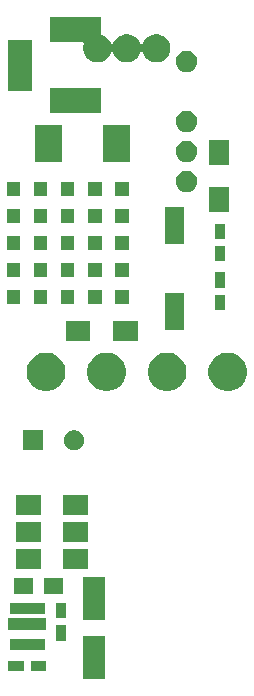
<source format=gts>
G04 #@! TF.GenerationSoftware,KiCad,Pcbnew,5.1.6*
G04 #@! TF.CreationDate,2020-08-28T18:33:43+02:00*
G04 #@! TF.ProjectId,a1200_pwr,61313230-305f-4707-9772-2e6b69636164,1*
G04 #@! TF.SameCoordinates,Original*
G04 #@! TF.FileFunction,Soldermask,Top*
G04 #@! TF.FilePolarity,Negative*
%FSLAX46Y46*%
G04 Gerber Fmt 4.6, Leading zero omitted, Abs format (unit mm)*
G04 Created by KiCad (PCBNEW 5.1.6) date 2020-08-28 18:33:43*
%MOMM*%
%LPD*%
G01*
G04 APERTURE LIST*
%ADD10C,0.100000*%
G04 APERTURE END LIST*
D10*
G36*
X144245100Y-117534200D02*
G01*
X142343100Y-117534200D01*
X142343100Y-113932200D01*
X144245100Y-113932200D01*
X144245100Y-117534200D01*
G37*
G36*
X139218200Y-116846900D02*
G01*
X137916200Y-116846900D01*
X137916200Y-115994900D01*
X139218200Y-115994900D01*
X139218200Y-116846900D01*
G37*
G36*
X137318200Y-116846900D02*
G01*
X136016200Y-116846900D01*
X136016200Y-115994900D01*
X137318200Y-115994900D01*
X137318200Y-116846900D01*
G37*
G36*
X139131500Y-115095100D02*
G01*
X136128300Y-115095100D01*
X136128300Y-114141900D01*
X139131500Y-114141900D01*
X139131500Y-115095100D01*
G37*
G36*
X140875300Y-114300800D02*
G01*
X140023300Y-114300800D01*
X140023300Y-112998800D01*
X140875300Y-112998800D01*
X140875300Y-114300800D01*
G37*
G36*
X139231500Y-113420100D02*
G01*
X136028300Y-113420100D01*
X136028300Y-112416900D01*
X139231500Y-112416900D01*
X139231500Y-113420100D01*
G37*
G36*
X144245100Y-112534200D02*
G01*
X142343100Y-112534200D01*
X142343100Y-108932200D01*
X144245100Y-108932200D01*
X144245100Y-112534200D01*
G37*
G36*
X140875300Y-112400800D02*
G01*
X140023300Y-112400800D01*
X140023300Y-111098800D01*
X140875300Y-111098800D01*
X140875300Y-112400800D01*
G37*
G36*
X139131500Y-112045100D02*
G01*
X136128300Y-112045100D01*
X136128300Y-111091900D01*
X139131500Y-111091900D01*
X139131500Y-112045100D01*
G37*
G36*
X140608000Y-110315100D02*
G01*
X139006000Y-110315100D01*
X139006000Y-108963100D01*
X140608000Y-108963100D01*
X140608000Y-110315100D01*
G37*
G36*
X138108000Y-110315100D02*
G01*
X136506000Y-110315100D01*
X136506000Y-108963100D01*
X138108000Y-108963100D01*
X138108000Y-110315100D01*
G37*
G36*
X142776400Y-108229500D02*
G01*
X140674400Y-108229500D01*
X140674400Y-106527500D01*
X142776400Y-106527500D01*
X142776400Y-108229500D01*
G37*
G36*
X138776400Y-108229500D02*
G01*
X136674400Y-108229500D01*
X136674400Y-106527500D01*
X138776400Y-106527500D01*
X138776400Y-108229500D01*
G37*
G36*
X142789100Y-105943500D02*
G01*
X140687100Y-105943500D01*
X140687100Y-104241500D01*
X142789100Y-104241500D01*
X142789100Y-105943500D01*
G37*
G36*
X138789100Y-105943500D02*
G01*
X136687100Y-105943500D01*
X136687100Y-104241500D01*
X138789100Y-104241500D01*
X138789100Y-105943500D01*
G37*
G36*
X142789100Y-103644800D02*
G01*
X140687100Y-103644800D01*
X140687100Y-101942800D01*
X142789100Y-101942800D01*
X142789100Y-103644800D01*
G37*
G36*
X138789100Y-103644800D02*
G01*
X136687100Y-103644800D01*
X136687100Y-101942800D01*
X138789100Y-101942800D01*
X138789100Y-103644800D01*
G37*
G36*
X141835328Y-96527203D02*
G01*
X141990200Y-96591353D01*
X142129581Y-96684485D01*
X142248115Y-96803019D01*
X142341247Y-96942400D01*
X142405397Y-97097272D01*
X142438100Y-97261684D01*
X142438100Y-97429316D01*
X142405397Y-97593728D01*
X142341247Y-97748600D01*
X142248115Y-97887981D01*
X142129581Y-98006515D01*
X141990200Y-98099647D01*
X141835328Y-98163797D01*
X141670916Y-98196500D01*
X141503284Y-98196500D01*
X141338872Y-98163797D01*
X141184000Y-98099647D01*
X141044619Y-98006515D01*
X140926085Y-97887981D01*
X140832953Y-97748600D01*
X140768803Y-97593728D01*
X140736100Y-97429316D01*
X140736100Y-97261684D01*
X140768803Y-97097272D01*
X140832953Y-96942400D01*
X140926085Y-96803019D01*
X141044619Y-96684485D01*
X141184000Y-96591353D01*
X141338872Y-96527203D01*
X141503284Y-96494500D01*
X141670916Y-96494500D01*
X141835328Y-96527203D01*
G37*
G36*
X138938100Y-98196500D02*
G01*
X137236100Y-98196500D01*
X137236100Y-96494500D01*
X138938100Y-96494500D01*
X138938100Y-98196500D01*
G37*
G36*
X144812932Y-89968466D02*
G01*
X145111119Y-90091979D01*
X145111121Y-90091980D01*
X145379483Y-90271294D01*
X145607706Y-90499517D01*
X145607707Y-90499519D01*
X145787021Y-90767881D01*
X145910534Y-91066068D01*
X145973500Y-91382620D01*
X145973500Y-91705380D01*
X145910534Y-92021932D01*
X145787021Y-92320119D01*
X145787020Y-92320121D01*
X145607706Y-92588483D01*
X145379483Y-92816706D01*
X145111121Y-92996020D01*
X145111120Y-92996021D01*
X145111119Y-92996021D01*
X144812932Y-93119534D01*
X144496380Y-93182500D01*
X144173620Y-93182500D01*
X143857068Y-93119534D01*
X143558881Y-92996021D01*
X143558880Y-92996021D01*
X143558879Y-92996020D01*
X143290517Y-92816706D01*
X143062294Y-92588483D01*
X142882980Y-92320121D01*
X142882979Y-92320119D01*
X142759466Y-92021932D01*
X142696500Y-91705380D01*
X142696500Y-91382620D01*
X142759466Y-91066068D01*
X142882979Y-90767881D01*
X143062293Y-90499519D01*
X143062294Y-90499517D01*
X143290517Y-90271294D01*
X143558879Y-90091980D01*
X143558881Y-90091979D01*
X143857068Y-89968466D01*
X144173620Y-89905500D01*
X144496380Y-89905500D01*
X144812932Y-89968466D01*
G37*
G36*
X139682932Y-89968466D02*
G01*
X139981119Y-90091979D01*
X139981121Y-90091980D01*
X140249483Y-90271294D01*
X140477706Y-90499517D01*
X140477707Y-90499519D01*
X140657021Y-90767881D01*
X140780534Y-91066068D01*
X140843500Y-91382620D01*
X140843500Y-91705380D01*
X140780534Y-92021932D01*
X140657021Y-92320119D01*
X140657020Y-92320121D01*
X140477706Y-92588483D01*
X140249483Y-92816706D01*
X139981121Y-92996020D01*
X139981120Y-92996021D01*
X139981119Y-92996021D01*
X139682932Y-93119534D01*
X139366380Y-93182500D01*
X139043620Y-93182500D01*
X138727068Y-93119534D01*
X138428881Y-92996021D01*
X138428880Y-92996021D01*
X138428879Y-92996020D01*
X138160517Y-92816706D01*
X137932294Y-92588483D01*
X137752980Y-92320121D01*
X137752979Y-92320119D01*
X137629466Y-92021932D01*
X137566500Y-91705380D01*
X137566500Y-91382620D01*
X137629466Y-91066068D01*
X137752979Y-90767881D01*
X137932293Y-90499519D01*
X137932294Y-90499517D01*
X138160517Y-90271294D01*
X138428879Y-90091980D01*
X138428881Y-90091979D01*
X138727068Y-89968466D01*
X139043620Y-89905500D01*
X139366380Y-89905500D01*
X139682932Y-89968466D01*
G37*
G36*
X149942932Y-89968466D02*
G01*
X150241119Y-90091979D01*
X150241121Y-90091980D01*
X150509483Y-90271294D01*
X150737706Y-90499517D01*
X150737707Y-90499519D01*
X150917021Y-90767881D01*
X151040534Y-91066068D01*
X151103500Y-91382620D01*
X151103500Y-91705380D01*
X151040534Y-92021932D01*
X150917021Y-92320119D01*
X150917020Y-92320121D01*
X150737706Y-92588483D01*
X150509483Y-92816706D01*
X150241121Y-92996020D01*
X150241120Y-92996021D01*
X150241119Y-92996021D01*
X149942932Y-93119534D01*
X149626380Y-93182500D01*
X149303620Y-93182500D01*
X148987068Y-93119534D01*
X148688881Y-92996021D01*
X148688880Y-92996021D01*
X148688879Y-92996020D01*
X148420517Y-92816706D01*
X148192294Y-92588483D01*
X148012980Y-92320121D01*
X148012979Y-92320119D01*
X147889466Y-92021932D01*
X147826500Y-91705380D01*
X147826500Y-91382620D01*
X147889466Y-91066068D01*
X148012979Y-90767881D01*
X148192293Y-90499519D01*
X148192294Y-90499517D01*
X148420517Y-90271294D01*
X148688879Y-90091980D01*
X148688881Y-90091979D01*
X148987068Y-89968466D01*
X149303620Y-89905500D01*
X149626380Y-89905500D01*
X149942932Y-89968466D01*
G37*
G36*
X155072932Y-89968466D02*
G01*
X155371119Y-90091979D01*
X155371121Y-90091980D01*
X155639483Y-90271294D01*
X155867706Y-90499517D01*
X155867707Y-90499519D01*
X156047021Y-90767881D01*
X156170534Y-91066068D01*
X156233500Y-91382620D01*
X156233500Y-91705380D01*
X156170534Y-92021932D01*
X156047021Y-92320119D01*
X156047020Y-92320121D01*
X155867706Y-92588483D01*
X155639483Y-92816706D01*
X155371121Y-92996020D01*
X155371120Y-92996021D01*
X155371119Y-92996021D01*
X155072932Y-93119534D01*
X154756380Y-93182500D01*
X154433620Y-93182500D01*
X154117068Y-93119534D01*
X153818881Y-92996021D01*
X153818880Y-92996021D01*
X153818879Y-92996020D01*
X153550517Y-92816706D01*
X153322294Y-92588483D01*
X153142980Y-92320121D01*
X153142979Y-92320119D01*
X153019466Y-92021932D01*
X152956500Y-91705380D01*
X152956500Y-91382620D01*
X153019466Y-91066068D01*
X153142979Y-90767881D01*
X153322293Y-90499519D01*
X153322294Y-90499517D01*
X153550517Y-90271294D01*
X153818879Y-90091980D01*
X153818881Y-90091979D01*
X154117068Y-89968466D01*
X154433620Y-89905500D01*
X154756380Y-89905500D01*
X155072932Y-89968466D01*
G37*
G36*
X142967400Y-88925500D02*
G01*
X140865400Y-88925500D01*
X140865400Y-87223500D01*
X142967400Y-87223500D01*
X142967400Y-88925500D01*
G37*
G36*
X146967400Y-88925500D02*
G01*
X144865400Y-88925500D01*
X144865400Y-87223500D01*
X146967400Y-87223500D01*
X146967400Y-88925500D01*
G37*
G36*
X150898400Y-88004200D02*
G01*
X149326400Y-88004200D01*
X149326400Y-84902200D01*
X150898400Y-84902200D01*
X150898400Y-88004200D01*
G37*
G36*
X154362700Y-86310000D02*
G01*
X153510700Y-86310000D01*
X153510700Y-85008000D01*
X154362700Y-85008000D01*
X154362700Y-86310000D01*
G37*
G36*
X143909100Y-85774100D02*
G01*
X142747100Y-85774100D01*
X142747100Y-84612100D01*
X143909100Y-84612100D01*
X143909100Y-85774100D01*
G37*
G36*
X141619100Y-85774100D02*
G01*
X140457100Y-85774100D01*
X140457100Y-84612100D01*
X141619100Y-84612100D01*
X141619100Y-85774100D01*
G37*
G36*
X139329100Y-85774100D02*
G01*
X138167100Y-85774100D01*
X138167100Y-84612100D01*
X139329100Y-84612100D01*
X139329100Y-85774100D01*
G37*
G36*
X146199100Y-85774100D02*
G01*
X145037100Y-85774100D01*
X145037100Y-84612100D01*
X146199100Y-84612100D01*
X146199100Y-85774100D01*
G37*
G36*
X137039100Y-85774100D02*
G01*
X135877100Y-85774100D01*
X135877100Y-84612100D01*
X137039100Y-84612100D01*
X137039100Y-85774100D01*
G37*
G36*
X154362700Y-84410000D02*
G01*
X153510700Y-84410000D01*
X153510700Y-83108000D01*
X154362700Y-83108000D01*
X154362700Y-84410000D01*
G37*
G36*
X143909100Y-83484100D02*
G01*
X142747100Y-83484100D01*
X142747100Y-82322100D01*
X143909100Y-82322100D01*
X143909100Y-83484100D01*
G37*
G36*
X141619100Y-83484100D02*
G01*
X140457100Y-83484100D01*
X140457100Y-82322100D01*
X141619100Y-82322100D01*
X141619100Y-83484100D01*
G37*
G36*
X137039100Y-83484100D02*
G01*
X135877100Y-83484100D01*
X135877100Y-82322100D01*
X137039100Y-82322100D01*
X137039100Y-83484100D01*
G37*
G36*
X146199100Y-83484100D02*
G01*
X145037100Y-83484100D01*
X145037100Y-82322100D01*
X146199100Y-82322100D01*
X146199100Y-83484100D01*
G37*
G36*
X139329100Y-83484100D02*
G01*
X138167100Y-83484100D01*
X138167100Y-82322100D01*
X139329100Y-82322100D01*
X139329100Y-83484100D01*
G37*
G36*
X154337300Y-82195200D02*
G01*
X153485300Y-82195200D01*
X153485300Y-80893200D01*
X154337300Y-80893200D01*
X154337300Y-82195200D01*
G37*
G36*
X146199100Y-81194100D02*
G01*
X145037100Y-81194100D01*
X145037100Y-80032100D01*
X146199100Y-80032100D01*
X146199100Y-81194100D01*
G37*
G36*
X137039100Y-81194100D02*
G01*
X135877100Y-81194100D01*
X135877100Y-80032100D01*
X137039100Y-80032100D01*
X137039100Y-81194100D01*
G37*
G36*
X141619100Y-81194100D02*
G01*
X140457100Y-81194100D01*
X140457100Y-80032100D01*
X141619100Y-80032100D01*
X141619100Y-81194100D01*
G37*
G36*
X139329100Y-81194100D02*
G01*
X138167100Y-81194100D01*
X138167100Y-80032100D01*
X139329100Y-80032100D01*
X139329100Y-81194100D01*
G37*
G36*
X143909100Y-81194100D02*
G01*
X142747100Y-81194100D01*
X142747100Y-80032100D01*
X143909100Y-80032100D01*
X143909100Y-81194100D01*
G37*
G36*
X150898400Y-80704200D02*
G01*
X149326400Y-80704200D01*
X149326400Y-77602200D01*
X150898400Y-77602200D01*
X150898400Y-80704200D01*
G37*
G36*
X154337300Y-80295200D02*
G01*
X153485300Y-80295200D01*
X153485300Y-78993200D01*
X154337300Y-78993200D01*
X154337300Y-80295200D01*
G37*
G36*
X146199100Y-78904100D02*
G01*
X145037100Y-78904100D01*
X145037100Y-77742100D01*
X146199100Y-77742100D01*
X146199100Y-78904100D01*
G37*
G36*
X139329100Y-78904100D02*
G01*
X138167100Y-78904100D01*
X138167100Y-77742100D01*
X139329100Y-77742100D01*
X139329100Y-78904100D01*
G37*
G36*
X141619100Y-78904100D02*
G01*
X140457100Y-78904100D01*
X140457100Y-77742100D01*
X141619100Y-77742100D01*
X141619100Y-78904100D01*
G37*
G36*
X137039100Y-78904100D02*
G01*
X135877100Y-78904100D01*
X135877100Y-77742100D01*
X137039100Y-77742100D01*
X137039100Y-78904100D01*
G37*
G36*
X143909100Y-78904100D02*
G01*
X142747100Y-78904100D01*
X142747100Y-77742100D01*
X143909100Y-77742100D01*
X143909100Y-78904100D01*
G37*
G36*
X154673400Y-77993700D02*
G01*
X152971400Y-77993700D01*
X152971400Y-75891700D01*
X154673400Y-75891700D01*
X154673400Y-77993700D01*
G37*
G36*
X137039100Y-76614100D02*
G01*
X135877100Y-76614100D01*
X135877100Y-75452100D01*
X137039100Y-75452100D01*
X137039100Y-76614100D01*
G37*
G36*
X146199100Y-76614100D02*
G01*
X145037100Y-76614100D01*
X145037100Y-75452100D01*
X146199100Y-75452100D01*
X146199100Y-76614100D01*
G37*
G36*
X141619100Y-76614100D02*
G01*
X140457100Y-76614100D01*
X140457100Y-75452100D01*
X141619100Y-75452100D01*
X141619100Y-76614100D01*
G37*
G36*
X143909100Y-76614100D02*
G01*
X142747100Y-76614100D01*
X142747100Y-75452100D01*
X143909100Y-75452100D01*
X143909100Y-76614100D01*
G37*
G36*
X139329100Y-76614100D02*
G01*
X138167100Y-76614100D01*
X138167100Y-75452100D01*
X139329100Y-75452100D01*
X139329100Y-76614100D01*
G37*
G36*
X151215512Y-74517927D02*
G01*
X151364812Y-74547624D01*
X151528784Y-74615544D01*
X151676354Y-74714147D01*
X151801853Y-74839646D01*
X151900456Y-74987216D01*
X151968376Y-75151188D01*
X152003000Y-75325259D01*
X152003000Y-75502741D01*
X151968376Y-75676812D01*
X151900456Y-75840784D01*
X151801853Y-75988354D01*
X151676354Y-76113853D01*
X151528784Y-76212456D01*
X151364812Y-76280376D01*
X151215512Y-76310073D01*
X151190742Y-76315000D01*
X151013258Y-76315000D01*
X150988488Y-76310073D01*
X150839188Y-76280376D01*
X150675216Y-76212456D01*
X150527646Y-76113853D01*
X150402147Y-75988354D01*
X150303544Y-75840784D01*
X150235624Y-75676812D01*
X150201000Y-75502741D01*
X150201000Y-75325259D01*
X150235624Y-75151188D01*
X150303544Y-74987216D01*
X150402147Y-74839646D01*
X150527646Y-74714147D01*
X150675216Y-74615544D01*
X150839188Y-74547624D01*
X150988488Y-74517927D01*
X151013258Y-74513000D01*
X151190742Y-74513000D01*
X151215512Y-74517927D01*
G37*
G36*
X154673400Y-73993700D02*
G01*
X152971400Y-73993700D01*
X152971400Y-71891700D01*
X154673400Y-71891700D01*
X154673400Y-73993700D01*
G37*
G36*
X151215512Y-71977927D02*
G01*
X151364812Y-72007624D01*
X151528784Y-72075544D01*
X151676354Y-72174147D01*
X151801853Y-72299646D01*
X151900456Y-72447216D01*
X151968376Y-72611188D01*
X152003000Y-72785259D01*
X152003000Y-72962741D01*
X151968376Y-73136812D01*
X151900456Y-73300784D01*
X151801853Y-73448354D01*
X151676354Y-73573853D01*
X151528784Y-73672456D01*
X151364812Y-73740376D01*
X151215512Y-73770073D01*
X151190742Y-73775000D01*
X151013258Y-73775000D01*
X150988488Y-73770073D01*
X150839188Y-73740376D01*
X150675216Y-73672456D01*
X150527646Y-73573853D01*
X150402147Y-73448354D01*
X150303544Y-73300784D01*
X150235624Y-73136812D01*
X150201000Y-72962741D01*
X150201000Y-72785259D01*
X150235624Y-72611188D01*
X150303544Y-72447216D01*
X150402147Y-72299646D01*
X150527646Y-72174147D01*
X150675216Y-72075544D01*
X150839188Y-72007624D01*
X150988488Y-71977927D01*
X151013258Y-71973000D01*
X151190742Y-71973000D01*
X151215512Y-71977927D01*
G37*
G36*
X146341800Y-73763200D02*
G01*
X144039800Y-73763200D01*
X144039800Y-70661200D01*
X146341800Y-70661200D01*
X146341800Y-73763200D01*
G37*
G36*
X140541800Y-73763200D02*
G01*
X138239800Y-73763200D01*
X138239800Y-70661200D01*
X140541800Y-70661200D01*
X140541800Y-73763200D01*
G37*
G36*
X151215512Y-69437927D02*
G01*
X151364812Y-69467624D01*
X151528784Y-69535544D01*
X151676354Y-69634147D01*
X151801853Y-69759646D01*
X151900456Y-69907216D01*
X151968376Y-70071188D01*
X152003000Y-70245259D01*
X152003000Y-70422741D01*
X151968376Y-70596812D01*
X151900456Y-70760784D01*
X151801853Y-70908354D01*
X151676354Y-71033853D01*
X151528784Y-71132456D01*
X151364812Y-71200376D01*
X151215512Y-71230073D01*
X151190742Y-71235000D01*
X151013258Y-71235000D01*
X150988488Y-71230073D01*
X150839188Y-71200376D01*
X150675216Y-71132456D01*
X150527646Y-71033853D01*
X150402147Y-70908354D01*
X150303544Y-70760784D01*
X150235624Y-70596812D01*
X150201000Y-70422741D01*
X150201000Y-70245259D01*
X150235624Y-70071188D01*
X150303544Y-69907216D01*
X150402147Y-69759646D01*
X150527646Y-69634147D01*
X150675216Y-69535544D01*
X150839188Y-69467624D01*
X150988488Y-69437927D01*
X151013258Y-69433000D01*
X151190742Y-69433000D01*
X151215512Y-69437927D01*
G37*
G36*
X143853000Y-69637600D02*
G01*
X139551000Y-69637600D01*
X139551000Y-67535600D01*
X143853000Y-67535600D01*
X143853000Y-69637600D01*
G37*
G36*
X138053000Y-67737600D02*
G01*
X135951000Y-67737600D01*
X135951000Y-63435600D01*
X138053000Y-63435600D01*
X138053000Y-67737600D01*
G37*
G36*
X151215512Y-64357927D02*
G01*
X151364812Y-64387624D01*
X151528784Y-64455544D01*
X151676354Y-64554147D01*
X151801853Y-64679646D01*
X151900456Y-64827216D01*
X151968376Y-64991188D01*
X152003000Y-65165259D01*
X152003000Y-65342741D01*
X151968376Y-65516812D01*
X151900456Y-65680784D01*
X151801853Y-65828354D01*
X151676354Y-65953853D01*
X151528784Y-66052456D01*
X151364812Y-66120376D01*
X151215512Y-66150073D01*
X151190742Y-66155000D01*
X151013258Y-66155000D01*
X150988488Y-66150073D01*
X150839188Y-66120376D01*
X150675216Y-66052456D01*
X150527646Y-65953853D01*
X150402147Y-65828354D01*
X150303544Y-65680784D01*
X150235624Y-65516812D01*
X150201000Y-65342741D01*
X150201000Y-65165259D01*
X150235624Y-64991188D01*
X150303544Y-64827216D01*
X150402147Y-64679646D01*
X150527646Y-64554147D01*
X150675216Y-64455544D01*
X150839188Y-64387624D01*
X150988488Y-64357927D01*
X151013258Y-64353000D01*
X151190742Y-64353000D01*
X151215512Y-64357927D01*
G37*
G36*
X143853000Y-62880052D02*
G01*
X143855402Y-62904438D01*
X143862515Y-62927887D01*
X143874066Y-62949498D01*
X143889611Y-62968440D01*
X143908553Y-62983985D01*
X143930164Y-62995536D01*
X144126569Y-63076890D01*
X144126571Y-63076891D01*
X144322130Y-63207560D01*
X144488440Y-63373870D01*
X144619110Y-63569431D01*
X144690016Y-63740612D01*
X144701567Y-63762223D01*
X144717113Y-63781165D01*
X144736054Y-63796710D01*
X144757665Y-63808261D01*
X144781114Y-63815374D01*
X144805500Y-63817776D01*
X144829886Y-63815374D01*
X144853335Y-63808261D01*
X144874946Y-63796710D01*
X144893888Y-63781164D01*
X144909433Y-63762223D01*
X144920984Y-63740612D01*
X144991890Y-63569431D01*
X145122560Y-63373870D01*
X145288870Y-63207560D01*
X145484429Y-63076891D01*
X145484431Y-63076890D01*
X145701724Y-62986884D01*
X145932400Y-62941000D01*
X146167600Y-62941000D01*
X146398276Y-62986884D01*
X146615569Y-63076890D01*
X146615571Y-63076891D01*
X146811130Y-63207560D01*
X146977440Y-63373870D01*
X147108110Y-63569431D01*
X147179016Y-63740612D01*
X147190567Y-63762223D01*
X147206113Y-63781165D01*
X147225054Y-63796710D01*
X147246665Y-63808261D01*
X147270114Y-63815374D01*
X147294500Y-63817776D01*
X147318886Y-63815374D01*
X147342335Y-63808261D01*
X147363946Y-63796710D01*
X147382888Y-63781164D01*
X147398433Y-63762223D01*
X147409984Y-63740612D01*
X147480890Y-63569431D01*
X147611560Y-63373870D01*
X147777870Y-63207560D01*
X147973429Y-63076891D01*
X147973431Y-63076890D01*
X148190724Y-62986884D01*
X148421400Y-62941000D01*
X148656600Y-62941000D01*
X148887276Y-62986884D01*
X149104569Y-63076890D01*
X149104571Y-63076891D01*
X149300130Y-63207560D01*
X149466440Y-63373870D01*
X149597110Y-63569431D01*
X149687116Y-63786724D01*
X149733000Y-64017400D01*
X149733000Y-64252600D01*
X149687116Y-64483276D01*
X149605776Y-64679647D01*
X149597109Y-64700571D01*
X149466440Y-64896130D01*
X149300130Y-65062440D01*
X149104571Y-65193109D01*
X149104570Y-65193110D01*
X149104569Y-65193110D01*
X148887276Y-65283116D01*
X148656600Y-65329000D01*
X148421400Y-65329000D01*
X148190724Y-65283116D01*
X147973431Y-65193110D01*
X147973430Y-65193110D01*
X147973429Y-65193109D01*
X147777870Y-65062440D01*
X147611560Y-64896130D01*
X147480891Y-64700571D01*
X147472224Y-64679647D01*
X147409984Y-64529388D01*
X147398433Y-64507777D01*
X147382887Y-64488835D01*
X147363946Y-64473290D01*
X147342335Y-64461739D01*
X147318886Y-64454626D01*
X147294500Y-64452224D01*
X147270114Y-64454626D01*
X147246665Y-64461739D01*
X147225054Y-64473290D01*
X147206112Y-64488836D01*
X147190567Y-64507777D01*
X147179016Y-64529388D01*
X147116776Y-64679647D01*
X147108109Y-64700571D01*
X146977440Y-64896130D01*
X146811130Y-65062440D01*
X146615571Y-65193109D01*
X146615570Y-65193110D01*
X146615569Y-65193110D01*
X146398276Y-65283116D01*
X146167600Y-65329000D01*
X145932400Y-65329000D01*
X145701724Y-65283116D01*
X145484431Y-65193110D01*
X145484430Y-65193110D01*
X145484429Y-65193109D01*
X145288870Y-65062440D01*
X145122560Y-64896130D01*
X144991891Y-64700571D01*
X144983224Y-64679647D01*
X144920984Y-64529388D01*
X144909433Y-64507777D01*
X144893887Y-64488835D01*
X144874946Y-64473290D01*
X144853335Y-64461739D01*
X144829886Y-64454626D01*
X144805500Y-64452224D01*
X144781114Y-64454626D01*
X144757665Y-64461739D01*
X144736054Y-64473290D01*
X144717112Y-64488836D01*
X144701567Y-64507777D01*
X144690016Y-64529388D01*
X144627776Y-64679647D01*
X144619109Y-64700571D01*
X144488440Y-64896130D01*
X144322130Y-65062440D01*
X144126571Y-65193109D01*
X144126570Y-65193110D01*
X144126569Y-65193110D01*
X143909276Y-65283116D01*
X143678600Y-65329000D01*
X143443400Y-65329000D01*
X143212724Y-65283116D01*
X142995431Y-65193110D01*
X142995430Y-65193110D01*
X142995429Y-65193109D01*
X142799870Y-65062440D01*
X142633560Y-64896130D01*
X142502891Y-64700571D01*
X142494224Y-64679647D01*
X142412884Y-64483276D01*
X142367000Y-64252600D01*
X142367000Y-64017400D01*
X142412832Y-63786985D01*
X142415234Y-63762599D01*
X142412832Y-63738213D01*
X142405719Y-63714764D01*
X142394168Y-63693153D01*
X142378622Y-63674211D01*
X142359681Y-63658666D01*
X142338070Y-63647115D01*
X142314621Y-63640002D01*
X142290235Y-63637600D01*
X139551000Y-63637600D01*
X139551000Y-61535600D01*
X143853000Y-61535600D01*
X143853000Y-62880052D01*
G37*
M02*

</source>
